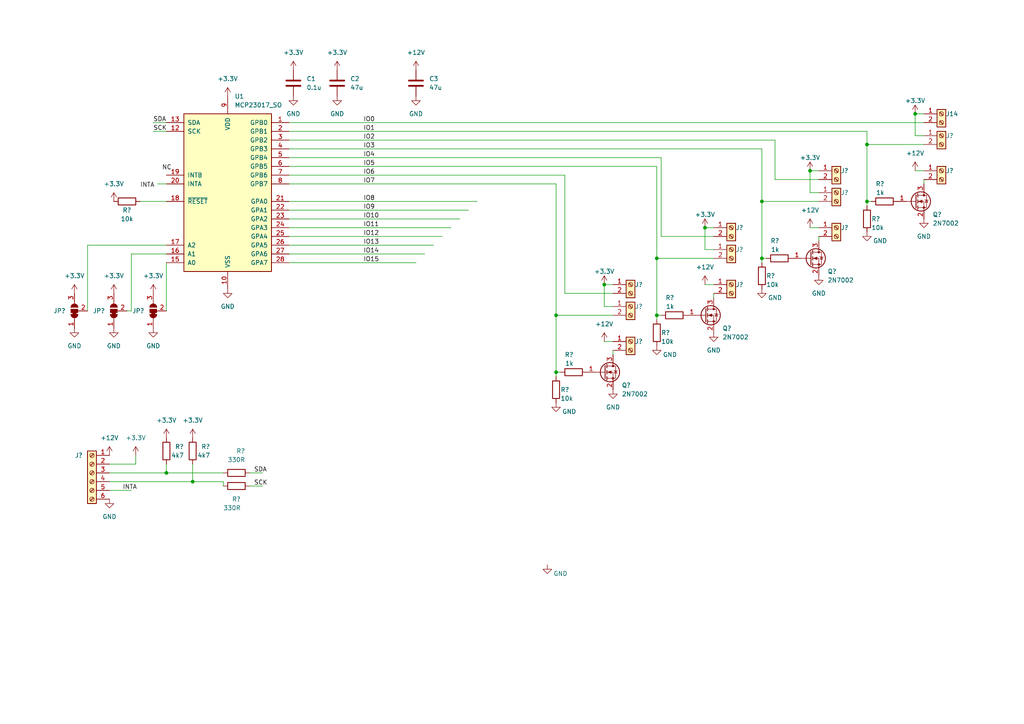
<source format=kicad_sch>
(kicad_sch (version 20211123) (generator eeschema)
  (paper "A4")
  (lib_symbols
    (symbol "Connector:Screw_Terminal_01x02" (pin_names (offset 1.016) hide)
      (property "Reference" "J" (at 0 2.54 0))
      (property "Value" "Screw_Terminal_01x02" (at 0 -5.08 0))
      (symbol "Screw_Terminal_01x02_1_1"
        (rectangle (start -1.27 1.27) (end 1.27 -3.81) (stroke (width 0.254)) (fill (type background)))
        (circle (center 0 -2.54) (radius 0.635) (stroke (width 0.1524)))
        (polyline (pts (xy -0.5334 -2.2098) (xy 0.3302 -3.048)) (stroke (width 0.1524)))
        (polyline (pts (xy -0.5334 0.3302) (xy 0.3302 -0.508)) (stroke (width 0.1524)))
        (polyline (pts (xy -0.3556 -2.032) (xy 0.508 -2.8702)) (stroke (width 0.1524)))
        (polyline (pts (xy -0.3556 0.508) (xy 0.508 -0.3302)) (stroke (width 0.1524)))
        (circle (center 0 0) (radius 0.635) (stroke (width 0.1524)))
        (pin passive line (at -5.08 0 0) (length 3.81) (name "Pin_1") (number "1"))
        (pin passive line (at -5.08 -2.54 0) (length 3.81) (name "Pin_2") (number "2"))
      )
    )
    (symbol "Connector:Screw_Terminal_01x06" (pin_names (offset 1.016) hide)
      (property "Reference" "J" (at 0 7.62 0))
      (property "Value" "Screw_Terminal_01x06" (at 0 -10.16 0))
      (symbol "Screw_Terminal_01x06_1_1"
        (rectangle (start -1.27 6.35) (end 1.27 -8.89) (stroke (width 0.254)) (fill (type background)))
        (circle (center 0 -7.62) (radius 0.635) (stroke (width 0.1524)))
        (circle (center 0 -5.08) (radius 0.635) (stroke (width 0.1524)))
        (circle (center 0 -2.54) (radius 0.635) (stroke (width 0.1524)))
        (polyline (pts (xy -0.5334 -7.2898) (xy 0.3302 -8.128)) (stroke (width 0.1524)))
        (polyline (pts (xy -0.5334 -4.7498) (xy 0.3302 -5.588)) (stroke (width 0.1524)))
        (polyline (pts (xy -0.5334 -2.2098) (xy 0.3302 -3.048)) (stroke (width 0.1524)))
        (polyline (pts (xy -0.5334 0.3302) (xy 0.3302 -0.508)) (stroke (width 0.1524)))
        (polyline (pts (xy -0.5334 2.8702) (xy 0.3302 2.032)) (stroke (width 0.1524)))
        (polyline (pts (xy -0.5334 5.4102) (xy 0.3302 4.572)) (stroke (width 0.1524)))
        (polyline (pts (xy -0.3556 -7.112) (xy 0.508 -7.9502)) (stroke (width 0.1524)))
        (polyline (pts (xy -0.3556 -4.572) (xy 0.508 -5.4102)) (stroke (width 0.1524)))
        (polyline (pts (xy -0.3556 -2.032) (xy 0.508 -2.8702)) (stroke (width 0.1524)))
        (polyline (pts (xy -0.3556 0.508) (xy 0.508 -0.3302)) (stroke (width 0.1524)))
        (polyline (pts (xy -0.3556 3.048) (xy 0.508 2.2098)) (stroke (width 0.1524)))
        (polyline (pts (xy -0.3556 5.588) (xy 0.508 4.7498)) (stroke (width 0.1524)))
        (circle (center 0 0) (radius 0.635) (stroke (width 0.1524)))
        (circle (center 0 2.54) (radius 0.635) (stroke (width 0.1524)))
        (circle (center 0 5.08) (radius 0.635) (stroke (width 0.1524)))
        (pin passive line (at -5.08 5.08 0) (length 3.81) (name "Pin_1") (number "1"))
        (pin passive line (at -5.08 2.54 0) (length 3.81) (name "Pin_2") (number "2"))
        (pin passive line (at -5.08 0 0) (length 3.81) (name "Pin_3") (number "3"))
        (pin passive line (at -5.08 -2.54 0) (length 3.81) (name "Pin_4") (number "4"))
        (pin passive line (at -5.08 -5.08 0) (length 3.81) (name "Pin_5") (number "5"))
        (pin passive line (at -5.08 -7.62 0) (length 3.81) (name "Pin_6") (number "6"))
      )
    )
    (symbol "Device:C" (pin_numbers hide) (pin_names (offset 0.254))
      (property "Reference" "C" (at 0.635 2.54 0))
      (property "Value" "C" (at 0.635 -2.54 0))
      (symbol "C_0_1"
        (polyline (pts (xy -2.032 -0.762) (xy 2.032 -0.762)) (stroke (width 0.508)))
        (polyline (pts (xy -2.032 0.762) (xy 2.032 0.762)) (stroke (width 0.508)))
      )
      (symbol "C_1_1"
        (pin passive line (at 0 3.81 270) (length 2.794) (name "~") (number "1"))
        (pin passive line (at 0 -3.81 90) (length 2.794) (name "~") (number "2"))
      )
    )
    (symbol "Device:R" (pin_numbers hide) (pin_names (offset 0))
      (property "Reference" "R" (at 2.032 0 90))
      (property "Value" "R" (at 0 0 90))
      (symbol "R_0_1"
        (rectangle (start -1.016 -2.54) (end 1.016 2.54) (stroke (width 0.254)))
      )
      (symbol "R_1_1"
        (pin passive line (at 0 3.81 270) (length 1.27) (name "~") (number "1"))
        (pin passive line (at 0 -3.81 90) (length 1.27) (name "~") (number "2"))
      )
    )
    (symbol "Interface_Expansion:MCP23017_SO" (pin_names (offset 1.016))
      (property "Reference" "U" (at -11.43 24.13 0))
      (property "Value" "MCP23017_SO" (at 0 0 0))
      (symbol "MCP23017_SO_0_1"
        (rectangle (start -12.7 22.86) (end 12.7 -22.86) (stroke (width 0.254)) (fill (type background)))
      )
      (symbol "MCP23017_SO_1_1"
        (pin bidirectional line (at 17.78 20.32 180) (length 5.08) (name "GPB0") (number "1"))
        (pin power_in line (at 0 -27.94 90) (length 5.08) (name "VSS") (number "10"))
        (pin no_connect line (at -12.7 15.24 0) (length 5.08) hide (name "NC") (number "11"))
        (pin input line (at -17.78 17.78 0) (length 5.08) (name "SCK") (number "12"))
        (pin bidirectional line (at -17.78 20.32 0) (length 5.08) (name "SDA") (number "13"))
        (pin no_connect line (at -12.7 12.7 0) (length 5.08) hide (name "NC") (number "14"))
        (pin input line (at -17.78 -20.32 0) (length 5.08) (name "A0") (number "15"))
        (pin input line (at -17.78 -17.78 0) (length 5.08) (name "A1") (number "16"))
        (pin input line (at -17.78 -15.24 0) (length 5.08) (name "A2") (number "17"))
        (pin input line (at -17.78 -2.54 0) (length 5.08) (name "~{RESET}") (number "18"))
        (pin tri_state line (at -17.78 5.08 0) (length 5.08) (name "INTB") (number "19"))
        (pin bidirectional line (at 17.78 17.78 180) (length 5.08) (name "GPB1") (number "2"))
        (pin tri_state line (at -17.78 2.54 0) (length 5.08) (name "INTA") (number "20"))
        (pin bidirectional line (at 17.78 -2.54 180) (length 5.08) (name "GPA0") (number "21"))
        (pin bidirectional line (at 17.78 -5.08 180) (length 5.08) (name "GPA1") (number "22"))
        (pin bidirectional line (at 17.78 -7.62 180) (length 5.08) (name "GPA2") (number "23"))
        (pin bidirectional line (at 17.78 -10.16 180) (length 5.08) (name "GPA3") (number "24"))
        (pin bidirectional line (at 17.78 -12.7 180) (length 5.08) (name "GPA4") (number "25"))
        (pin bidirectional line (at 17.78 -15.24 180) (length 5.08) (name "GPA5") (number "26"))
        (pin bidirectional line (at 17.78 -17.78 180) (length 5.08) (name "GPA6") (number "27"))
        (pin bidirectional line (at 17.78 -20.32 180) (length 5.08) (name "GPA7") (number "28"))
        (pin bidirectional line (at 17.78 15.24 180) (length 5.08) (name "GPB2") (number "3"))
        (pin bidirectional line (at 17.78 12.7 180) (length 5.08) (name "GPB3") (number "4"))
        (pin bidirectional line (at 17.78 10.16 180) (length 5.08) (name "GPB4") (number "5"))
        (pin bidirectional line (at 17.78 7.62 180) (length 5.08) (name "GPB5") (number "6"))
        (pin bidirectional line (at 17.78 5.08 180) (length 5.08) (name "GPB6") (number "7"))
        (pin bidirectional line (at 17.78 2.54 180) (length 5.08) (name "GPB7") (number "8"))
        (pin power_in line (at 0 27.94 270) (length 5.08) (name "VDD") (number "9"))
      )
    )
    (symbol "Jumper:SolderJumper_3_Bridged12" (pin_names (offset 0) hide)
      (property "Reference" "JP" (at -2.54 -2.54 0))
      (property "Value" "SolderJumper_3_Bridged12" (at 0 2.794 0))
      (symbol "SolderJumper_3_Bridged12_0_1"
        (rectangle (start -1.016 0.508) (end -0.508 -0.508) (fill (type outline)))
        (arc (start -1.016 1.016) (mid -2.032 0) (end -1.016 -1.016))
        (arc (start -1.016 1.016) (mid -2.032 0) (end -1.016 -1.016) (fill (type outline)))
        (rectangle (start -0.508 1.016) (end 0.508 -1.016) (fill (type outline)))
        (polyline (pts (xy -2.54 0) (xy -2.032 0)))
        (polyline (pts (xy -1.016 1.016) (xy -1.016 -1.016)))
        (polyline (pts (xy 0 -1.27) (xy 0 -1.016)))
        (polyline (pts (xy 1.016 1.016) (xy 1.016 -1.016)))
        (polyline (pts (xy 2.54 0) (xy 2.032 0)))
        (arc (start 1.016 -1.016) (mid 2.032 0) (end 1.016 1.016))
        (arc (start 1.016 -1.016) (mid 2.032 0) (end 1.016 1.016) (fill (type outline)))
      )
      (symbol "SolderJumper_3_Bridged12_1_1"
        (pin passive line (at -5.08 0 0) (length 2.54) (name "A") (number "1"))
        (pin passive line (at 0 -3.81 90) (length 2.54) (name "C") (number "2"))
        (pin passive line (at 5.08 0 180) (length 2.54) (name "B") (number "3"))
      )
    )
    (symbol "Transistor_FET:2N7002" (pin_names hide)
      (property "Reference" "Q" (at 5.08 1.905 0))
      (property "Value" "2N7002" (at 5.08 0 0))
      (symbol "2N7002_0_1"
        (polyline (pts (xy 0.254 0) (xy -2.54 0)))
        (polyline (pts (xy 0.254 1.905) (xy 0.254 -1.905)) (stroke (width 0.254)))
        (polyline (pts (xy 0.762 -1.27) (xy 0.762 -2.286)) (stroke (width 0.254)))
        (polyline (pts (xy 0.762 0.508) (xy 0.762 -0.508)) (stroke (width 0.254)))
        (polyline (pts (xy 0.762 2.286) (xy 0.762 1.27)) (stroke (width 0.254)))
        (polyline (pts (xy 2.54 2.54) (xy 2.54 1.778)))
        (polyline (pts (xy 2.54 -2.54) (xy 2.54 0) (xy 0.762 0)))
        (polyline (pts (xy 0.762 -1.778) (xy 3.302 -1.778) (xy 3.302 1.778) (xy 0.762 1.778)))
        (polyline (pts (xy 1.016 0) (xy 2.032 0.381) (xy 2.032 -0.381) (xy 1.016 0)) (fill (type outline)))
        (polyline (pts (xy 2.794 0.508) (xy 2.921 0.381) (xy 3.683 0.381) (xy 3.81 0.254)))
        (polyline (pts (xy 3.302 0.381) (xy 2.921 -0.254) (xy 3.683 -0.254) (xy 3.302 0.381)))
        (circle (center 1.651 0) (radius 2.794) (stroke (width 0.254)))
        (circle (center 2.54 -1.778) (radius 0.254) (fill (type outline)))
        (circle (center 2.54 1.778) (radius 0.254) (fill (type outline)))
      )
      (symbol "2N7002_1_1"
        (pin input line (at -5.08 0 0) (length 2.54) (name "G") (number "1"))
        (pin passive line (at 2.54 -5.08 90) (length 2.54) (name "S") (number "2"))
        (pin passive line (at 2.54 5.08 270) (length 2.54) (name "D") (number "3"))
      )
    )
    (symbol "power:+12V" (power) (pin_names (offset 0))
      (property "Value" "+12V" (at 0 3.556 0))
      (symbol "+12V_0_1"
        (polyline (pts (xy -0.762 1.27) (xy 0 2.54)))
        (polyline (pts (xy 0 0) (xy 0 2.54)))
        (polyline (pts (xy 0 2.54) (xy 0.762 1.27)))
      )
      (symbol "+12V_1_1"
        (pin power_in line (at 0 0 90) (length 0) hide (name "+12V") (number "1"))
      )
    )
    (symbol "power:+3.3V" (power) (pin_names (offset 0))
      (property "Value" "+3.3V" (at 0 3.556 0))
      (symbol "+3.3V_0_1"
        (polyline (pts (xy -0.762 1.27) (xy 0 2.54)))
        (polyline (pts (xy 0 0) (xy 0 2.54)))
        (polyline (pts (xy 0 2.54) (xy 0.762 1.27)))
      )
      (symbol "+3.3V_1_1"
        (pin power_in line (at 0 0 90) (length 0) hide (name "+3.3V") (number "1"))
      )
    )
    (symbol "power:GND" (power) (pin_names (offset 0))
      (property "Value" "GND" (at 0 -3.81 0))
      (symbol "GND_0_1"
        (polyline (pts (xy 0 0) (xy 0 -1.27) (xy 1.27 -1.27) (xy 0 -2.54) (xy -1.27 -1.27) (xy 0 -1.27)))
      )
      (symbol "GND_1_1"
        (pin power_in line (at 0 0 270) (length 0) hide (name "GND") (number "1"))
      )
    )
  )
  (junction (at 382.27 88.9))
  (junction (at 220.98 74.93))
  (junction (at 398.78 81.28))
  (junction (at 337.82 130.81))
  (junction (at 175.26 82.55))
  (junction (at 398.78 97.79))
  (junction (at 308.61 147.32))
  (junction (at 161.29 107.95))
  (junction (at 220.98 58.42))
  (junction (at 190.5 91.44))
  (junction (at 190.5 74.93))
  (junction (at 161.29 91.44))
  (junction (at 251.46 58.42))
  (junction (at 265.43 33.02))
  (junction (at 351.79 105.41))
  (junction (at 412.75 72.39))
  (junction (at 368.3 97.79))
  (junction (at 204.47 66.04))
  (junction (at 308.61 130.81))
  (junction (at 337.82 114.3))
  (junction (at 251.46 41.91))
  (junction (at 368.3 114.3))
  (junction (at 48.26 137.16))
  (junction (at 322.58 121.92))
  (junction (at 55.88 139.7))
  (junction (at 234.95 49.53))
  (wire (pts (xy 309.88 147.32) (xy 308.61 147.32)))
  (wire (pts (xy 415.29 78.74) (xy 412.75 78.74)))
  (wire (pts (xy 398.78 77.47) (xy 398.78 81.28)))
  (wire (pts (xy 251.46 58.42) (xy 251.46 59.69)))
  (wire (pts (xy 234.95 55.88) (xy 234.95 49.53)))
  (wire (pts (xy 265.43 49.53) (xy 267.97 49.53)))
  (wire (pts (xy 351.79 121.92) (xy 354.33 121.92)))
  (wire (pts (xy 412.75 88.9) (xy 415.29 88.9)))
  (wire (pts (xy 48.26 76.2) (xy 48.26 90.17)))
  (wire (pts (xy 325.12 128.27) (xy 322.58 128.27)))
  (wire (pts (xy 138.43 58.42) (xy 83.82 58.42)))
  (wire (pts (xy 237.49 55.88) (xy 234.95 55.88)))
  (wire (pts (xy 224.79 52.07) (xy 237.49 52.07)))
  (wire (pts (xy 55.88 139.7) (xy 64.77 139.7)))
  (wire (pts (xy 207.01 74.93) (xy 190.5 74.93)))
  (wire (pts (xy 384.81 107.95) (xy 384.81 109.22)))
  (wire (pts (xy 372.11 80.01) (xy 372.11 91.44)))
  (wire (pts (xy 234.95 66.04) (xy 237.49 66.04)))
  (wire (pts (xy 177.8 85.09) (xy 163.83 85.09)))
  (wire (pts (xy 325.12 140.97) (xy 325.12 142.24)))
  (wire (pts (xy 372.11 91.44) (xy 384.81 91.44)))
  (wire (pts (xy 83.82 53.34) (xy 161.29 53.34)))
  (wire (pts (xy 382.27 105.41) (xy 384.81 105.41)))
  (wire (pts (xy 354.33 107.95) (xy 339.09 107.95)))
  (wire (pts (xy 177.8 101.6) (xy 177.8 102.87)))
  (wire (pts (xy 161.29 107.95) (xy 161.29 109.22)))
  (wire (pts (xy 39.37 134.62) (xy 31.75 134.62)))
  (wire (pts (xy 369.57 114.3) (xy 368.3 114.3)))
  (wire (pts (xy 204.47 66.04) (xy 207.01 66.04)))
  (wire (pts (xy 382.27 88.9) (xy 384.81 88.9)))
  (wire (pts (xy 191.77 68.58) (xy 191.77 45.72)))
  (wire (pts (xy 337.82 114.3) (xy 337.82 130.81)))
  (wire (pts (xy 368.3 82.55) (xy 368.3 97.79)))
  (wire (pts (xy 83.82 50.8) (xy 163.83 50.8)))
  (wire (pts (xy 31.75 142.24) (xy 38.1 142.24)))
  (wire (pts (xy 190.5 48.26) (xy 190.5 74.93)))
  (wire (pts (xy 351.79 111.76) (xy 351.79 105.41)))
  (wire (pts (xy 234.95 49.53) (xy 237.49 49.53)))
  (wire (pts (xy 72.39 140.97) (xy 76.2 140.97)))
  (wire (pts (xy 339.09 107.95) (xy 339.09 85.09)))
  (wire (pts (xy 220.98 74.93) (xy 220.98 76.2)))
  (wire (pts (xy 161.29 53.34) (xy 161.29 91.44)))
  (wire (pts (xy 83.82 60.96) (xy 135.89 60.96)))
  (wire (pts (xy 267.97 41.91) (xy 251.46 41.91)))
  (wire (pts (xy 207.01 68.58) (xy 191.77 68.58)))
  (wire (pts (xy 123.19 73.66) (xy 83.82 73.66)))
  (wire (pts (xy 322.58 128.27) (xy 322.58 121.92)))
  (wire (pts (xy 177.8 91.44) (xy 161.29 91.44)))
  (wire (pts (xy 368.3 114.3) (xy 368.3 115.57)))
  (wire (pts (xy 322.58 138.43) (xy 325.12 138.43)))
  (wire (pts (xy 354.33 114.3) (xy 337.82 114.3)))
  (wire (pts (xy 83.82 35.56) (xy 267.97 35.56)))
  (wire (pts (xy 412.75 78.74) (xy 412.75 72.39)))
  (wire (pts (xy 128.27 68.58) (xy 83.82 68.58)))
  (wire (pts (xy 382.27 95.25) (xy 382.27 88.9)))
  (wire (pts (xy 175.26 88.9) (xy 175.26 82.55)))
  (wire (pts (xy 177.8 88.9) (xy 175.26 88.9)))
  (wire (pts (xy 412.75 72.39) (xy 415.29 72.39)))
  (wire (pts (xy 339.09 130.81) (xy 337.82 130.81)))
  (wire (pts (xy 40.64 58.42) (xy 48.26 58.42)))
  (wire (pts (xy 351.79 105.41) (xy 354.33 105.41)))
  (wire (pts (xy 267.97 52.07) (xy 267.97 53.34)))
  (wire (pts (xy 398.78 97.79) (xy 398.78 99.06)))
  (wire (pts (xy 83.82 76.2) (xy 120.65 76.2)))
  (wire (pts (xy 55.88 134.62) (xy 55.88 139.7)))
  (wire (pts (xy 83.82 40.64) (xy 224.79 40.64)))
  (wire (pts (xy 265.43 33.02) (xy 267.97 33.02)))
  (wire (pts (xy 308.61 92.71) (xy 308.61 130.81)))
  (wire (pts (xy 400.05 97.79) (xy 398.78 97.79)))
  (wire (pts (xy 252.73 58.42) (xy 251.46 58.42)))
  (wire (pts (xy 190.5 91.44) (xy 190.5 92.71)))
  (wire (pts (xy 267.97 39.37) (xy 265.43 39.37)))
  (wire (pts (xy 204.47 82.55) (xy 207.01 82.55)))
  (wire (pts (xy 415.29 91.44) (xy 415.29 92.71)))
  (wire (pts (xy 222.25 74.93) (xy 220.98 74.93)))
  (wire (pts (xy 251.46 38.1) (xy 251.46 41.91)))
  (wire (pts (xy 83.82 71.12) (xy 125.73 71.12)))
  (wire (pts (xy 204.47 72.39) (xy 204.47 66.04)))
  (wire (pts (xy 325.12 124.46) (xy 311.15 124.46)))
  (wire (pts (xy 337.82 130.81) (xy 337.82 132.08)))
  (wire (pts (xy 163.83 85.09) (xy 163.83 50.8)))
  (wire (pts (xy 384.81 95.25) (xy 382.27 95.25)))
  (wire (pts (xy 251.46 41.91) (xy 251.46 58.42)))
  (wire (pts (xy 25.4 71.12) (xy 48.26 71.12)))
  (wire (pts (xy 31.75 137.16) (xy 48.26 137.16)))
  (wire (pts (xy 72.39 137.16) (xy 76.2 137.16)))
  (wire (pts (xy 325.12 130.81) (xy 308.61 130.81)))
  (wire (pts (xy 220.98 43.18) (xy 220.98 58.42)))
  (wire (pts (xy 311.15 124.46) (xy 311.15 90.17)))
  (wire (pts (xy 237.49 68.58) (xy 237.49 69.85)))
  (wire (pts (xy 368.3 97.79) (xy 368.3 114.3)))
  (wire (pts (xy 354.33 111.76) (xy 351.79 111.76)))
  (wire (pts (xy 161.29 91.44) (xy 161.29 107.95)))
  (wire (pts (xy 308.61 147.32) (xy 308.61 148.59)))
  (wire (pts (xy 45.72 53.34) (xy 48.26 53.34)))
  (wire (pts (xy 384.81 97.79) (xy 368.3 97.79)))
  (wire (pts (xy 207.01 72.39) (xy 204.47 72.39)))
  (wire (pts (xy 36.83 90.17) (xy 38.1 90.17)))
  (wire (pts (xy 25.4 90.17) (xy 25.4 71.12)))
  (wire (pts (xy 48.26 134.62) (xy 48.26 137.16)))
  (wire (pts (xy 83.82 43.18) (xy 220.98 43.18)))
  (wire (pts (xy 237.49 58.42) (xy 220.98 58.42)))
  (wire (pts (xy 48.26 137.16) (xy 64.77 137.16)))
  (wire (pts (xy 162.56 107.95) (xy 161.29 107.95)))
  (wire (pts (xy 38.1 90.17) (xy 38.1 73.66)))
  (wire (pts (xy 175.26 82.55) (xy 177.8 82.55)))
  (wire (pts (xy 83.82 45.72) (xy 191.77 45.72)))
  (wire (pts (xy 265.43 39.37) (xy 265.43 33.02)))
  (wire (pts (xy 415.29 81.28) (xy 398.78 81.28)))
  (wire (pts (xy 83.82 66.04) (xy 130.81 66.04)))
  (wire (pts (xy 191.77 91.44) (xy 190.5 91.44)))
  (wire (pts (xy 133.35 63.5) (xy 83.82 63.5)))
  (wire (pts (xy 48.26 73.66) (xy 38.1 73.66)))
  (wire (pts (xy 207.01 85.09) (xy 207.01 86.36)))
  (wire (pts (xy 83.82 48.26) (xy 190.5 48.26)))
  (wire (pts (xy 354.33 124.46) (xy 354.33 125.73)))
  (wire (pts (xy 83.82 38.1) (xy 251.46 38.1)))
  (wire (pts (xy 220.98 58.42) (xy 220.98 74.93)))
  (wire (pts (xy 44.45 38.1) (xy 48.26 38.1)))
  (wire (pts (xy 175.26 99.06) (xy 177.8 99.06)))
  (wire (pts (xy 322.58 121.92) (xy 325.12 121.92)))
  (wire (pts (xy 39.37 132.08) (xy 39.37 134.62)))
  (wire (pts (xy 224.79 40.64) (xy 224.79 52.07)))
  (wire (pts (xy 398.78 81.28) (xy 398.78 97.79)))
  (wire (pts (xy 64.77 139.7) (xy 64.77 140.97)))
  (wire (pts (xy 31.75 139.7) (xy 55.88 139.7)))
  (wire (pts (xy 44.45 35.56) (xy 48.26 35.56)))
  (wire (pts (xy 190.5 74.93) (xy 190.5 91.44)))
  (wire (pts (xy 337.82 87.63) (xy 337.82 114.3)))
  (wire (pts (xy 308.61 130.81) (xy 308.61 147.32)))
  (label "IO7" (at 105.41 53.34 0))
  (label "IO5" (at 105.41 48.26 0))
  (label "IO3" (at 105.41 43.18 0))
  (label "IO15" (at 105.41 76.2 0))
  (label "SCK" (at 44.45 38.1 0))
  (label "IO12" (at 105.41 68.58 0))
  (label "SDA" (at 44.45 35.56 0))
  (label "IO13" (at 105.41 71.12 0))
  (label "IO2" (at 105.41 40.64 0))
  (label "IO1" (at 105.41 38.1 0))
  (label "IO6" (at 105.41 50.8 0))
  (label "INTA" (at 35.56 142.24 0))
  (label "IO10" (at 105.41 63.5 0))
  (label "SDA" (at 73.66 137.16 0))
  (label "SCK" (at 73.66 140.97 0))
  (label "IO4" (at 105.41 45.72 0))
  (label "IO11" (at 105.41 66.04 0))
  (label "IO0" (at 105.41 35.56 0))
  (label "IO9" (at 105.41 60.96 0))
  (label "IO8" (at 105.41 58.42 0))
  (label "INTA" (at 40.64 54.61 0))
  (label "NC" (at 46.99 49.53 0))
  (label "IO14" (at 105.41 73.66 0))
  (symbol (lib_id "power:+3.3V") (at 351.79 105.41 0) (unit 1)
    (property "Reference" "#PWR?" (effects hide))
    (property "Value" "+3.3V" (at 351.79 101.6 0))
  )
  (symbol (lib_id "Device:C") (at 120.65 24.13 0) (unit 1)
    (property "Reference" "C3" (at 124.46 22.8599 0) (effects (justify left)))
    (property "Value" "47u" (at 124.46 25.3999 0) (effects (justify left)))
  )
  (symbol (lib_id "Device:R") (at 398.78 102.87 0) (unit 1)
    (property "Reference" "R?" (at 400.05 102.87 0) (effects (justify left)))
    (property "Value" "10k" (at 400.05 105.41 0) (effects (justify left)))
    (property "Footprint" "Resistor_SMD:R_0805_2012Metric" (effects hide))
  )
  (symbol (lib_id "Device:R") (at 161.29 113.03 0) (unit 1)
    (property "Reference" "R?" (at 162.56 113.03 0) (effects (justify left)))
    (property "Value" "10k" (at 162.56 115.57 0) (effects (justify left)))
    (property "Footprint" "Resistor_SMD:R_0805_2012Metric" (effects hide))
  )
  (symbol (lib_id "power:GND") (at 177.8 113.03 0) (unit 1)
    (property "Reference" "#PWR?" (effects hide))
    (property "Value" "GND" (at 177.8 118.11 0))
  )
  (symbol (lib_id "Device:R") (at 166.37 107.95 90) (unit 1)
    (property "Reference" "R?" (at 166.37 102.87 90) (effects (justify left)))
    (property "Value" "1k" (at 166.37 105.41 90) (effects (justify left)))
    (property "Footprint" "Resistor_SMD:R_0805_2012Metric" (effects hide))
  )
  (symbol (lib_id "power:+3.3V") (at 44.45 85.09 0) (unit 1)
    (property "Reference" "#PWR?" (effects hide))
    (property "Value" "+3.3V" (at 44.45 80.01 0))
  )
  (symbol (lib_id "Connector:Screw_Terminal_01x06") (at 26.67 137.16 0) (mirror y) (unit 1)
    (property "Reference" "J?" (at 22.86 132.08 0))
    (property "Value" "Screw_Terminal_01x06" (effects hide))
  )
  (symbol (lib_id "power:GND") (at 354.33 135.89 0) (unit 1)
    (property "Reference" "#PWR?" (effects hide))
    (property "Value" "GND" (at 354.33 140.97 0))
  )
  (symbol (lib_id "power:+12V") (at 204.47 82.55 0) (unit 1)
    (property "Reference" "#PWR?" (effects hide))
    (property "Value" "+12V" (at 204.47 77.47 0))
  )
  (symbol (lib_id "power:+3.3V") (at 322.58 121.92 0) (unit 1)
    (property "Reference" "#PWR?" (effects hide))
    (property "Value" "+3.3V" (at 322.58 118.11 0))
  )
  (symbol (lib_id "power:+3.3V") (at 85.09 20.32 0) (unit 1)
    (property "Reference" "#PWR010" (effects hide))
    (property "Value" "+3.3V" (at 85.09 15.24 0))
  )
  (symbol (lib_id "power:+3.3V") (at 48.26 127 0) (unit 1)
    (property "Reference" "#PWR?" (effects hide))
    (property "Value" "+3.3V" (at 48.26 121.92 0))
  )
  (symbol (lib_id "power:GND") (at 251.46 67.31 0) (unit 1)
    (property "Reference" "#PWR?" (effects hide))
    (property "Value" "GND" (at 255.27 69.85 0))
  )
  (symbol (lib_id "power:+3.3V") (at 21.59 85.09 0) (unit 1)
    (property "Reference" "#PWR03" (effects hide))
    (property "Value" "+3.3V" (at 21.59 80.01 0))
  )
  (symbol (lib_id "Connector:Screw_Terminal_01x02") (at 389.89 105.41 0) (unit 1)
    (property "Reference" "J?" (at 391.16 105.41 0) (effects (justify left)))
    (property "Value" "Screw_Terminal_01x02" (effects hide))
  )
  (symbol (lib_id "Connector:Screw_Terminal_01x02") (at 330.2 138.43 0) (unit 1)
    (property "Reference" "J?" (at 331.47 138.43 0) (effects (justify left)))
    (property "Value" "Screw_Terminal_01x02" (effects hide))
  )
  (symbol (lib_id "Connector:Screw_Terminal_01x02") (at 420.37 88.9 0) (unit 1)
    (property "Reference" "J?" (at 421.64 88.9 0) (effects (justify left)))
    (property "Value" "Screw_Terminal_01x02" (effects hide))
  )
  (symbol (lib_id "Connector:Screw_Terminal_01x02") (at 212.09 82.55 0) (unit 1)
    (property "Reference" "J?" (at 213.36 82.55 0) (effects (justify left)))
    (property "Value" "Screw_Terminal_01x02" (effects hide))
  )
  (symbol (lib_id "power:GND") (at 44.45 95.25 0) (unit 1)
    (property "Reference" "#PWR?" (effects hide))
    (property "Value" "GND" (at 44.45 100.33 0))
  )
  (symbol (lib_id "Transistor_FET:2N7002") (at 175.26 107.95 0) (unit 1)
    (property "Reference" "Q?" (at 180.34 111.76 0) (effects (justify left)))
    (property "Value" "2N7002" (at 180.34 114.3 0) (effects (justify left)))
    (property "Footprint" "Package_TO_SOT_SMD:SOT-23" (effects hide))
    (property "Datasheet" "https://www.onsemi.com/pub/Collateral/NDS7002A-D.PDF" (effects hide))
  )
  (symbol (lib_id "power:GND") (at 237.49 80.01 0) (unit 1)
    (property "Reference" "#PWR?" (effects hide))
    (property "Value" "GND" (at 237.49 85.09 0))
  )
  (symbol (lib_id "Jumper:SolderJumper_3_Bridged12") (at 21.59 90.17 90) (unit 1)
    (property "Reference" "JP?" (at 19.05 90.1699 90) (effects (justify left)))
    (property "Value" "SolderJumper_3_Bridged12" (effects hide))
    (property "Footprint" "Jumper:SolderJumper-3_P1.3mm_Bridged12_RoundedPad1.0x1.5mm" (effects hide))
  )
  (symbol (lib_id "power:GND") (at 66.04 83.82 0) (unit 1)
    (property "Reference" "#PWR09" (effects hide))
    (property "Value" "GND" (at 66.04 88.9 0))
  )
  (symbol (lib_id "Device:R") (at 373.38 114.3 90) (unit 1)
    (property "Reference" "R?" (at 373.38 109.22 90) (effects (justify left)))
    (property "Value" "1k" (at 373.38 111.76 90) (effects (justify left)))
    (property "Footprint" "Resistor_SMD:R_0805_2012Metric" (effects hide))
  )
  (symbol (lib_id "power:+3.3V") (at 265.43 33.02 0) (unit 1)
    (property "Reference" "#PWR042" (effects hide))
    (property "Value" "+3.3V" (at 265.43 29.21 0))
  )
  (symbol (lib_id "Device:R") (at 368.3 119.38 0) (unit 1)
    (property "Reference" "R?" (at 369.57 119.38 0) (effects (justify left)))
    (property "Value" "10k" (at 369.57 121.92 0) (effects (justify left)))
    (property "Footprint" "Resistor_SMD:R_0805_2012Metric" (effects hide))
  )
  (symbol (lib_id "Connector:Screw_Terminal_01x02") (at 420.37 78.74 0) (unit 1)
    (property "Reference" "J?" (at 421.64 78.74 0) (effects (justify left)))
    (property "Value" "Screw_Terminal_01x02" (effects hide))
  )
  (symbol (lib_id "Connector:Screw_Terminal_01x02") (at 359.41 111.76 0) (unit 1)
    (property "Reference" "J?" (at 360.68 111.76 0) (effects (justify left)))
    (property "Value" "Screw_Terminal_01x02" (effects hide))
  )
  (symbol (lib_id "Connector:Screw_Terminal_01x02") (at 420.37 72.39 0) (unit 1)
    (property "Reference" "J?" (at 421.64 72.39 0) (effects (justify left)))
    (property "Value" "Screw_Terminal_01x02" (effects hide))
  )
  (symbol (lib_id "Connector:Screw_Terminal_01x02") (at 359.41 105.41 0) (unit 1)
    (property "Reference" "J?" (at 360.68 105.41 0) (effects (justify left)))
    (property "Value" "Screw_Terminal_01x02" (effects hide))
  )
  (symbol (lib_id "power:+12V") (at 234.95 66.04 0) (unit 1)
    (property "Reference" "#PWR?" (effects hide))
    (property "Value" "+12V" (at 234.95 60.96 0))
  )
  (symbol (lib_id "Transistor_FET:2N7002") (at 204.47 91.44 0) (unit 1)
    (property "Reference" "Q?" (at 209.55 95.25 0) (effects (justify left)))
    (property "Value" "2N7002" (at 209.55 97.79 0) (effects (justify left)))
    (property "Footprint" "Package_TO_SOT_SMD:SOT-23" (effects hide))
    (property "Datasheet" "https://www.onsemi.com/pub/Collateral/NDS7002A-D.PDF" (effects hide))
  )
  (symbol (lib_id "Device:C") (at 85.09 24.13 0) (unit 1)
    (property "Reference" "C1" (at 88.9 22.8599 0) (effects (justify left)))
    (property "Value" "0.1u" (at 88.9 25.3999 0) (effects (justify left)))
  )
  (symbol (lib_id "Transistor_FET:2N7002") (at 412.75 97.79 0) (unit 1)
    (property "Reference" "Q?" (at 417.83 101.6 0) (effects (justify left)))
    (property "Value" "2N7002" (at 417.83 104.14 0) (effects (justify left)))
    (property "Footprint" "Package_TO_SOT_SMD:SOT-23" (effects hide))
    (property "Datasheet" "https://www.onsemi.com/pub/Collateral/NDS7002A-D.PDF" (effects hide))
  )
  (symbol (lib_id "power:+3.3V") (at 97.79 20.32 0) (unit 1)
    (property "Reference" "#PWR012" (effects hide))
    (property "Value" "+3.3V" (at 97.79 15.24 0))
  )
  (symbol (lib_id "power:GND") (at 97.79 27.94 0) (unit 1)
    (property "Reference" "#PWR013" (effects hide))
    (property "Value" "GND" (at 97.79 33.02 0))
  )
  (symbol (lib_id "Connector:Screw_Terminal_01x02") (at 212.09 72.39 0) (unit 1)
    (property "Reference" "J?" (at 213.36 72.39 0) (effects (justify left)))
    (property "Value" "Screw_Terminal_01x02" (effects hide))
  )
  (symbol (lib_id "Connector:Screw_Terminal_01x02") (at 182.88 99.06 0) (unit 1)
    (property "Reference" "J?" (at 184.15 99.06 0) (effects (justify left)))
    (property "Value" "Screw_Terminal_01x02" (effects hide))
  )
  (symbol (lib_id "power:+3.3V") (at 234.95 49.53 0) (unit 1)
    (property "Reference" "#PWR?" (effects hide))
    (property "Value" "+3.3V" (at 234.95 45.72 0))
  )
  (symbol (lib_id "power:+12V") (at 120.65 20.32 0) (unit 1)
    (property "Reference" "#PWR014" (effects hide))
    (property "Value" "+12V" (at 120.65 15.24 0))
  )
  (symbol (lib_id "Connector:Screw_Terminal_01x02") (at 330.2 128.27 0) (unit 1)
    (property "Reference" "J?" (at 331.47 128.27 0) (effects (justify left)))
    (property "Value" "Screw_Terminal_01x02" (effects hide))
  )
  (symbol (lib_id "power:GND") (at 31.75 144.78 0) (unit 1)
    (property "Reference" "#PWR?" (effects hide))
    (property "Value" "GND" (at 31.75 149.86 0))
  )
  (symbol (lib_id "Connector:Screw_Terminal_01x02") (at 242.57 55.88 0) (unit 1)
    (property "Reference" "J?" (at 243.84 55.88 0) (effects (justify left)))
    (property "Value" "Screw_Terminal_01x02" (effects hide))
  )
  (symbol (lib_id "Connector:Screw_Terminal_01x02") (at 273.05 39.37 0) (unit 1)
    (property "Reference" "J?" (at 274.32 39.37 0) (effects (justify left)))
    (property "Value" "Screw_Terminal_01x02" (effects hide))
  )
  (symbol (lib_id "Device:R") (at 226.06 74.93 90) (unit 1)
    (property "Reference" "R?" (at 226.06 69.85 90) (effects (justify left)))
    (property "Value" "1k" (at 226.06 72.39 90) (effects (justify left)))
    (property "Footprint" "Resistor_SMD:R_0805_2012Metric" (effects hide))
  )
  (symbol (lib_id "Device:R") (at 48.26 130.81 180) (unit 1)
    (property "Reference" "R?" (at 53.34 129.54 0) (effects (justify left)))
    (property "Value" "4k7" (at 53.34 132.08 0) (effects (justify left)))
    (property "Footprint" "Resistor_SMD:R_0805_2012Metric" (effects hide))
  )
  (symbol (lib_id "Device:C") (at 97.79 24.13 0) (unit 1)
    (property "Reference" "C2" (at 101.6 22.8599 0) (effects (justify left)))
    (property "Value" "47u" (at 101.6 25.3999 0) (effects (justify left)))
  )
  (symbol (lib_id "power:+12V") (at 265.43 49.53 0) (unit 1)
    (property "Reference" "#PWR?" (effects hide))
    (property "Value" "+12V" (at 265.43 44.45 0))
  )
  (symbol (lib_id "Connector:Screw_Terminal_01x02") (at 242.57 66.04 0) (unit 1)
    (property "Reference" "J?" (at 243.84 66.04 0) (effects (justify left)))
    (property "Value" "Screw_Terminal_01x02" (effects hide))
  )
  (symbol (lib_id "Device:R") (at 403.86 97.79 90) (unit 1)
    (property "Reference" "R?" (at 403.86 92.71 90) (effects (justify left)))
    (property "Value" "1k" (at 403.86 95.25 90) (effects (justify left)))
    (property "Footprint" "Resistor_SMD:R_0805_2012Metric" (effects hide))
  )
  (symbol (lib_id "Connector:Screw_Terminal_01x02") (at 389.89 95.25 0) (unit 1)
    (property "Reference" "J?" (at 391.16 95.25 0) (effects (justify left)))
    (property "Value" "Screw_Terminal_01x02" (effects hide))
  )
  (symbol (lib_id "Device:R") (at 36.83 58.42 90) (unit 1)
    (property "Reference" "R?" (at 36.83 60.96 90))
    (property "Value" "10k" (at 36.83 63.5 90))
    (property "Footprint" "Resistor_SMD:R_0805_2012Metric" (effects hide))
  )
  (symbol (lib_id "Device:R") (at 68.58 140.97 90) (unit 1)
    (property "Reference" "R?" (at 69.85 144.78 90) (effects (justify left)))
    (property "Value" "330R" (at 69.85 147.32 90) (effects (justify left)))
    (property "Footprint" "Resistor_SMD:R_0805_2012Metric" (effects hide))
  )
  (symbol (lib_id "Device:R") (at 68.58 137.16 90) (unit 1)
    (property "Reference" "R?" (at 71.12 130.81 90) (effects (justify left)))
    (property "Value" "330R" (at 71.12 133.35 90) (effects (justify left)))
    (property "Footprint" "Resistor_SMD:R_0805_2012Metric" (effects hide))
  )
  (symbol (lib_id "power:GND") (at 207.01 96.52 0) (unit 1)
    (property "Reference" "#PWR?" (effects hide))
    (property "Value" "GND" (at 207.01 101.6 0))
  )
  (symbol (lib_id "power:+12V") (at 382.27 105.41 0) (unit 1)
    (property "Reference" "#PWR?" (effects hide))
    (property "Value" "+12V" (at 382.27 100.33 0))
  )
  (symbol (lib_id "Device:R") (at 195.58 91.44 90) (unit 1)
    (property "Reference" "R?" (at 195.58 86.36 90) (effects (justify left)))
    (property "Value" "1k" (at 195.58 88.9 90) (effects (justify left)))
    (property "Footprint" "Resistor_SMD:R_0805_2012Metric" (effects hide))
  )
  (symbol (lib_id "power:GND") (at 267.97 63.5 0) (unit 1)
    (property "Reference" "#PWR?" (effects hide))
    (property "Value" "GND" (at 267.97 68.58 0))
  )
  (symbol (lib_id "Connector:Screw_Terminal_01x02") (at 212.09 66.04 0) (unit 1)
    (property "Reference" "J?" (at 213.36 66.04 0) (effects (justify left)))
    (property "Value" "Screw_Terminal_01x02" (effects hide))
  )
  (symbol (lib_id "Transistor_FET:2N7002") (at 234.95 74.93 0) (unit 1)
    (property "Reference" "Q?" (at 240.03 78.74 0) (effects (justify left)))
    (property "Value" "2N7002" (at 240.03 81.28 0) (effects (justify left)))
    (property "Footprint" "Package_TO_SOT_SMD:SOT-23" (effects hide))
    (property "Datasheet" "https://www.onsemi.com/pub/Collateral/NDS7002A-D.PDF" (effects hide))
  )
  (symbol (lib_id "Transistor_FET:2N7002") (at 265.43 58.42 0) (unit 1)
    (property "Reference" "Q?" (at 270.51 62.23 0) (effects (justify left)))
    (property "Value" "2N7002" (at 270.51 64.77 0) (effects (justify left)))
    (property "Footprint" "Package_TO_SOT_SMD:SOT-23" (effects hide))
    (property "Datasheet" "https://www.onsemi.com/pub/Collateral/NDS7002A-D.PDF" (effects hide))
  )
  (symbol (lib_id "power:+3.3V") (at 55.88 127 0) (unit 1)
    (property "Reference" "#PWR?" (effects hide))
    (property "Value" "+3.3V" (at 55.88 121.92 0))
  )
  (symbol (lib_id "power:GND") (at 21.59 95.25 0) (unit 1)
    (property "Reference" "#PWR04" (effects hide))
    (property "Value" "GND" (at 21.59 100.33 0))
  )
  (symbol (lib_id "Interface_Expansion:MCP23017_SO") (at 66.04 55.88 0) (unit 1)
    (property "Reference" "U1" (at 68.0594 27.94 0) (effects (justify left)))
    (property "Value" "MCP23017_SO" (at 68.0594 30.48 0) (effects (justify left)))
    (property "Footprint" "Package_SO:SOIC-28W_7.5x17.9mm_P1.27mm" (effects hide))
    (property "Datasheet" "http://ww1.microchip.com/downloads/en/DeviceDoc/20001952C.pdf" (effects hide))
  )
  (symbol (lib_id "power:+3.3V") (at 66.04 27.94 0) (unit 1)
    (property "Reference" "#PWR08" (effects hide))
    (property "Value" "+3.3V" (at 66.04 22.86 0))
  )
  (symbol (lib_id "Device:R") (at 308.61 152.4 0) (unit 1)
    (property "Reference" "R?" (at 309.88 152.4 0) (effects (justify left)))
    (property "Value" "10k" (at 309.88 154.94 0) (effects (justify left)))
    (property "Footprint" "Resistor_SMD:R_0805_2012Metric" (effects hide))
  )
  (symbol (lib_id "Device:R") (at 342.9 130.81 90) (unit 1)
    (property "Reference" "R?" (at 342.9 125.73 90) (effects (justify left)))
    (property "Value" "1k" (at 342.9 128.27 90) (effects (justify left)))
    (property "Footprint" "Resistor_SMD:R_0805_2012Metric" (effects hide))
  )
  (symbol (lib_id "power:GND") (at 120.65 27.94 0) (unit 1)
    (property "Reference" "#PWR015" (effects hide))
    (property "Value" "GND" (at 120.65 33.02 0))
  )
  (symbol (lib_id "power:+12V") (at 322.58 138.43 0) (unit 1)
    (property "Reference" "#PWR?" (effects hide))
    (property "Value" "+12V" (at 322.58 133.35 0))
  )
  (symbol (lib_id "Connector:Screw_Terminal_01x02") (at 330.2 121.92 0) (unit 1)
    (property "Reference" "J?" (at 331.47 121.92 0) (effects (justify left)))
    (property "Value" "Screw_Terminal_01x02" (effects hide))
  )
  (symbol (lib_id "Transistor_FET:2N7002") (at 382.27 114.3 0) (unit 1)
    (property "Reference" "Q?" (at 387.35 118.11 0) (effects (justify left)))
    (property "Value" "2N7002" (at 387.35 120.65 0) (effects (justify left)))
    (property "Footprint" "Package_TO_SOT_SMD:SOT-23" (effects hide))
    (property "Datasheet" "https://www.onsemi.com/pub/Collateral/NDS7002A-D.PDF" (effects hide))
  )
  (symbol (lib_id "power:+12V") (at 412.75 88.9 0) (unit 1)
    (property "Reference" "#PWR?" (effects hide))
    (property "Value" "+12V" (at 412.75 83.82 0))
  )
  (symbol (lib_id "power:GND") (at 33.02 95.25 0) (unit 1)
    (property "Reference" "#PWR?" (effects hide))
    (property "Value" "GND" (at 33.02 100.33 0))
  )
  (symbol (lib_id "power:GND") (at 161.29 116.84 0) (unit 1)
    (property "Reference" "#PWR?" (effects hide))
    (property "Value" "GND" (at 165.1 119.38 0))
  )
  (symbol (lib_id "power:GND") (at 415.29 102.87 0) (unit 1)
    (property "Reference" "#PWR?" (effects hide))
    (property "Value" "GND" (at 415.29 107.95 0))
  )
  (symbol (lib_id "power:+12V") (at 31.75 132.08 0) (unit 1)
    (property "Reference" "#PWR?" (effects hide))
    (property "Value" "+12V" (at 31.75 127 0))
  )
  (symbol (lib_id "power:+3.3V") (at 204.47 66.04 0) (unit 1)
    (property "Reference" "#PWR?" (effects hide))
    (property "Value" "+3.3V" (at 204.47 62.23 0))
  )
  (symbol (lib_id "Transistor_FET:2N7002") (at 322.58 147.32 0) (unit 1)
    (property "Reference" "Q?" (at 327.66 151.13 0) (effects (justify left)))
    (property "Value" "2N7002" (at 327.66 153.67 0) (effects (justify left)))
    (property "Footprint" "Package_TO_SOT_SMD:SOT-23" (effects hide))
    (property "Datasheet" "https://www.onsemi.com/pub/Collateral/NDS7002A-D.PDF" (effects hide))
  )
  (symbol (lib_id "power:GND") (at 337.82 139.7 0) (unit 1)
    (property "Reference" "#PWR?" (effects hide))
    (property "Value" "GND" (at 341.63 142.24 0))
  )
  (symbol (lib_id "power:GND") (at 398.78 106.68 0) (unit 1)
    (property "Reference" "#PWR?" (effects hide))
    (property "Value" "GND" (at 402.59 109.22 0))
  )
  (symbol (lib_id "power:GND") (at 308.61 156.21 0) (unit 1)
    (property "Reference" "#PWR?" (effects hide))
    (property "Value" "GND" (at 312.42 158.75 0))
  )
  (symbol (lib_id "power:GND") (at 384.81 119.38 0) (unit 1)
    (property "Reference" "#PWR?" (effects hide))
    (property "Value" "GND" (at 384.81 124.46 0))
  )
  (symbol (lib_id "Connector:Screw_Terminal_01x02") (at 273.05 49.53 0) (unit 1)
    (property "Reference" "J?" (at 274.32 49.53 0) (effects (justify left)))
    (property "Value" "Screw_Terminal_01x02" (effects hide))
  )
  (symbol (lib_id "power:GND") (at 85.09 27.94 0) (unit 1)
    (property "Reference" "#PWR011" (effects hide))
    (property "Value" "GND" (at 85.09 33.02 0))
  )
  (symbol (lib_id "Connector:Screw_Terminal_01x02") (at 359.41 121.92 0) (unit 1)
    (property "Reference" "J?" (at 360.68 121.92 0) (effects (justify left)))
    (property "Value" "Screw_Terminal_01x02" (effects hide))
  )
  (symbol (lib_id "Connector:Screw_Terminal_01x02") (at 273.05 33.02 0) (unit 1)
    (property "Reference" "J14" (at 274.32 33.02 0) (effects (justify left)))
    (property "Value" "Screw_Terminal_01x02" (effects hide))
  )
  (symbol (lib_id "Device:R") (at 220.98 80.01 0) (unit 1)
    (property "Reference" "R?" (at 222.25 80.01 0) (effects (justify left)))
    (property "Value" "10k" (at 222.25 82.55 0) (effects (justify left)))
    (property "Footprint" "Resistor_SMD:R_0805_2012Metric" (effects hide))
  )
  (symbol (lib_id "Jumper:SolderJumper_3_Bridged12") (at 44.45 90.17 90) (unit 1)
    (property "Reference" "JP?" (at 41.91 90.1699 90) (effects (justify left)))
    (property "Value" "SolderJumper_3_Bridged12" (effects hide))
    (property "Footprint" "Jumper:SolderJumper-3_P1.3mm_Bridged12_RoundedPad1.0x1.5mm" (effects hide))
  )
  (symbol (lib_id "Device:R") (at 337.82 135.89 0) (unit 1)
    (property "Reference" "R?" (at 339.09 135.89 0) (effects (justify left)))
    (property "Value" "10k" (at 339.09 138.43 0) (effects (justify left)))
    (property "Footprint" "Resistor_SMD:R_0805_2012Metric" (effects hide))
  )
  (symbol (lib_id "Connector:Screw_Terminal_01x02") (at 182.88 88.9 0) (unit 1)
    (property "Reference" "J?" (at 184.15 88.9 0) (effects (justify left)))
    (property "Value" "Screw_Terminal_01x02" (effects hide))
  )
  (symbol (lib_id "power:GND") (at 220.98 83.82 0) (unit 1)
    (property "Reference" "#PWR?" (effects hide))
    (property "Value" "GND" (at 224.79 86.36 0))
  )
  (symbol (lib_id "power:+12V") (at 351.79 121.92 0) (unit 1)
    (property "Reference" "#PWR?" (effects hide))
    (property "Value" "+12V" (at 351.79 116.84 0))
  )
  (symbol (lib_id "power:+3.3V") (at 175.26 82.55 0) (unit 1)
    (property "Reference" "#PWR?" (effects hide))
    (property "Value" "+3.3V" (at 175.26 78.74 0))
  )
  (symbol (lib_id "power:+3.3V") (at 33.02 85.09 0) (unit 1)
    (property "Reference" "#PWR?" (effects hide))
    (property "Value" "+3.3V" (at 33.02 80.01 0))
  )
  (symbol (lib_id "power:+3.3V") (at 39.37 132.08 0) (unit 1)
    (property "Reference" "#PWR?" (effects hide))
    (property "Value" "+3.3V" (at 39.37 127 0))
  )
  (symbol (lib_id "power:+3.3V") (at 412.75 72.39 0) (unit 1)
    (property "Reference" "#PWR?" (effects hide))
    (property "Value" "+3.3V" (at 412.75 68.58 0))
  )
  (symbol (lib_id "power:GND") (at 158.75 163.83 0) (unit 1)
    (property "Reference" "#PWR017" (effects hide))
    (property "Value" "GND" (at 162.56 166.37 0))
  )
  (symbol (lib_id "Jumper:SolderJumper_3_Bridged12") (at 33.02 90.17 90) (unit 1)
    (property "Reference" "JP?" (at 30.48 90.1699 90) (effects (justify left)))
    (property "Value" "SolderJumper_3_Bridged12" (effects hide))
    (property "Footprint" "Jumper:SolderJumper-3_P1.3mm_Bridged12_RoundedPad1.0x1.5mm" (effects hide))
  )
  (symbol (lib_id "power:GND") (at 368.3 123.19 0) (unit 1)
    (property "Reference" "#PWR?" (effects hide))
    (property "Value" "GND" (at 372.11 125.73 0))
  )
  (symbol (lib_id "power:+3.3V") (at 382.27 88.9 0) (unit 1)
    (property "Reference" "#PWR?" (effects hide))
    (property "Value" "+3.3V" (at 382.27 85.09 0))
  )
  (symbol (lib_id "Device:R") (at 256.54 58.42 90) (unit 1)
    (property "Reference" "R?" (at 256.54 53.34 90) (effects (justify left)))
    (property "Value" "1k" (at 256.54 55.88 90) (effects (justify left)))
    (property "Footprint" "Resistor_SMD:R_0805_2012Metric" (effects hide))
  )
  (symbol (lib_id "Transistor_FET:2N7002") (at 351.79 130.81 0) (unit 1)
    (property "Reference" "Q?" (at 356.87 134.62 0) (effects (justify left)))
    (property "Value" "2N7002" (at 356.87 137.16 0) (effects (justify left)))
    (property "Footprint" "Package_TO_SOT_SMD:SOT-23" (effects hide))
    (property "Datasheet" "https://www.onsemi.com/pub/Collateral/NDS7002A-D.PDF" (effects hide))
  )
  (symbol (lib_id "power:GND") (at 325.12 152.4 0) (unit 1)
    (property "Reference" "#PWR?" (effects hide))
    (property "Value" "GND" (at 325.12 157.48 0))
  )
  (symbol (lib_id "power:+12V") (at 175.26 99.06 0) (unit 1)
    (property "Reference" "#PWR?" (effects hide))
    (property "Value" "+12V" (at 175.26 93.98 0))
  )
  (symbol (lib_id "Device:R") (at 55.88 130.81 180) (unit 1)
    (property "Reference" "R?" (at 60.96 129.54 0) (effects (justify left)))
    (property "Value" "4k7" (at 60.96 132.08 0) (effects (justify left)))
    (property "Footprint" "Resistor_SMD:R_0805_2012Metric" (effects hide))
  )
  (symbol (lib_id "Device:R") (at 251.46 63.5 0) (unit 1)
    (property "Reference" "R?" (at 252.73 63.5 0) (effects (justify left)))
    (property "Value" "10k" (at 252.73 66.04 0) (effects (justify left)))
    (property "Footprint" "Resistor_SMD:R_0805_2012Metric" (effects hide))
  )
  (symbol (lib_id "power:+3.3V") (at 33.02 58.42 0) (unit 1)
    (property "Reference" "#PWR01" (effects hide))
    (property "Value" "+3.3V" (at 33.02 53.34 0))
  )
  (symbol (lib_id "Connector:Screw_Terminal_01x02") (at 182.88 82.55 0) (unit 1)
    (property "Reference" "J?" (at 184.15 82.55 0) (effects (justify left)))
    (property "Value" "Screw_Terminal_01x02" (effects hide))
  )
  (symbol (lib_id "Connector:Screw_Terminal_01x02") (at 389.89 88.9 0) (unit 1)
    (property "Reference" "J?" (at 391.16 88.9 0) (effects (justify left)))
    (property "Value" "Screw_Terminal_01x02" (effects hide))
  )
  (symbol (lib_id "Device:R") (at 190.5 96.52 0) (unit 1)
    (property "Reference" "R?" (at 191.77 96.52 0) (effects (justify left)))
    (property "Value" "10k" (at 191.77 99.06 0) (effects (justify left)))
    (property "Footprint" "Resistor_SMD:R_0805_2012Metric" (effects hide))
  )
  (symbol (lib_id "Device:R") (at 313.69 147.32 90) (unit 1)
    (property "Reference" "R?" (at 313.69 142.24 90) (effects (justify left)))
    (property "Value" "1k" (at 313.69 144.78 90) (effects (justify left)))
    (property "Footprint" "Resistor_SMD:R_0805_2012Metric" (effects hide))
  )
  (symbol (lib_id "Connector:Screw_Terminal_01x02") (at 242.57 49.53 0) (unit 1)
    (property "Reference" "J?" (at 243.84 49.53 0) (effects (justify left)))
    (property "Value" "Screw_Terminal_01x02" (effects hide))
  )
  (symbol (lib_id "power:GND") (at 190.5 100.33 0) (unit 1)
    (property "Reference" "#PWR?" (effects hide))
    (property "Value" "GND" (at 194.31 102.87 0))
  )
)
</source>
